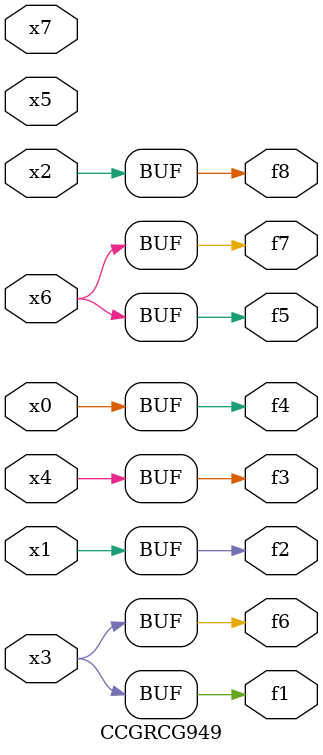
<source format=v>
module CCGRCG949(
	input x0, x1, x2, x3, x4, x5, x6, x7,
	output f1, f2, f3, f4, f5, f6, f7, f8
);
	assign f1 = x3;
	assign f2 = x1;
	assign f3 = x4;
	assign f4 = x0;
	assign f5 = x6;
	assign f6 = x3;
	assign f7 = x6;
	assign f8 = x2;
endmodule

</source>
